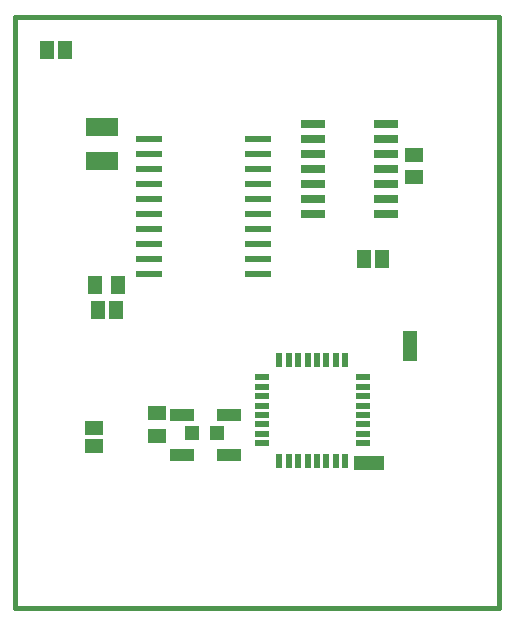
<source format=gtp>
G75*
%MOIN*%
%OFA0B0*%
%FSLAX24Y24*%
%IPPOS*%
%LPD*%
%AMOC8*
5,1,8,0,0,1.08239X$1,22.5*
%
%ADD10C,0.0160*%
%ADD11R,0.0500X0.0220*%
%ADD12R,0.0220X0.0500*%
%ADD13R,0.0472X0.0472*%
%ADD14R,0.0500X0.1000*%
%ADD15R,0.1000X0.0500*%
%ADD16R,0.0460X0.0630*%
%ADD17R,0.0866X0.0236*%
%ADD18R,0.0512X0.0591*%
%ADD19R,0.0800X0.0260*%
%ADD20R,0.0591X0.0512*%
%ADD21R,0.1063X0.0630*%
%ADD22R,0.0630X0.0460*%
%ADD23R,0.0787X0.0433*%
D10*
X001046Y000180D02*
X017188Y000180D01*
X017188Y019865D01*
X001046Y019865D01*
X001046Y000180D01*
D11*
X009277Y005660D03*
X009277Y005975D03*
X009277Y006290D03*
X009277Y006605D03*
X009277Y006920D03*
X009277Y007235D03*
X009277Y007550D03*
X009277Y007865D03*
X012657Y007865D03*
X012657Y007550D03*
X012657Y007235D03*
X012657Y006920D03*
X012657Y006605D03*
X012657Y006290D03*
X012657Y005975D03*
X012657Y005660D03*
D12*
X012069Y005073D03*
X011754Y005073D03*
X011440Y005073D03*
X011125Y005073D03*
X010810Y005073D03*
X010495Y005073D03*
X010180Y005073D03*
X009865Y005073D03*
X009865Y008453D03*
X010180Y008453D03*
X010495Y008453D03*
X010810Y008453D03*
X011125Y008453D03*
X011440Y008453D03*
X011754Y008453D03*
X012069Y008453D03*
D13*
X007782Y006015D03*
X006955Y006015D03*
D14*
X014224Y008903D03*
D15*
X012857Y004995D03*
D16*
X012683Y011792D03*
X013283Y011792D03*
X004425Y010089D03*
X003825Y010089D03*
X002736Y018782D03*
X002136Y018782D03*
D17*
X005534Y015788D03*
X005534Y015288D03*
X005534Y014788D03*
X005534Y014288D03*
X005534Y013788D03*
X005534Y013288D03*
X005534Y012788D03*
X005534Y012288D03*
X005534Y011788D03*
X005534Y011288D03*
X009156Y011288D03*
X009156Y011788D03*
X009156Y012288D03*
X009156Y012788D03*
X009156Y013288D03*
X009156Y013788D03*
X009156Y014288D03*
X009156Y014788D03*
X009156Y015288D03*
X009156Y015788D03*
D18*
X004485Y010932D03*
X003737Y010932D03*
D19*
X010992Y013306D03*
X010992Y013806D03*
X010992Y014306D03*
X010992Y014806D03*
X010992Y015306D03*
X010992Y015806D03*
X010992Y016306D03*
X013412Y016306D03*
X013412Y015806D03*
X013412Y015306D03*
X013412Y014806D03*
X013412Y014306D03*
X013412Y013806D03*
X013412Y013306D03*
D20*
X014359Y014525D03*
X014359Y015273D03*
X005786Y006654D03*
X005786Y005906D03*
D21*
X003967Y015086D03*
X003967Y016188D03*
D22*
X003686Y006180D03*
X003686Y005580D03*
D23*
X006618Y005271D03*
X006618Y006609D03*
X008193Y006609D03*
X008193Y005271D03*
M02*

</source>
